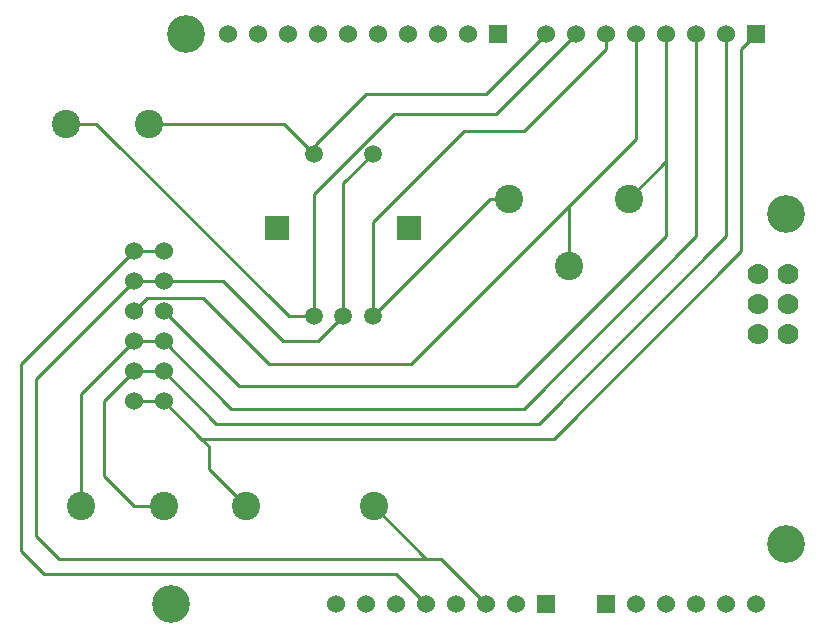
<source format=gtl>
G04*
G04 #@! TF.GenerationSoftware,Altium Limited,Altium Designer,22.5.1 (42)*
G04*
G04 Layer_Physical_Order=1*
G04 Layer_Color=255*
%FSLAX44Y44*%
%MOMM*%
G71*
G04*
G04 #@! TF.SameCoordinates,BAD225BF-FD7B-4A52-9E08-1AD1A92B9E85*
G04*
G04*
G04 #@! TF.FilePolarity,Positive*
G04*
G01*
G75*
%ADD13C,0.2540*%
%ADD15R,2.0066X2.1082*%
%ADD18C,1.5240*%
%ADD19C,1.4986*%
%ADD24C,2.4000*%
%ADD25C,1.7780*%
%ADD26R,1.5240X1.5240*%
%ADD27C,3.2000*%
D13*
X409640Y368190D02*
X425340D01*
X425450Y368300D01*
X310350Y268900D02*
X409640Y368190D01*
X310350Y268900D02*
Y348450D01*
X342900Y228600D02*
X476250Y361950D01*
X476250Y311150D02*
Y361950D01*
X476250Y361950D02*
X476250Y361950D01*
X76200Y431800D02*
X239100Y268900D01*
X50800Y431800D02*
X76200D01*
X239100Y268900D02*
X260350D01*
X120650Y431800D02*
X234950D01*
X260350Y406400D01*
X25400Y82550D02*
X44450Y63500D01*
X12700Y69850D02*
Y228600D01*
X25400Y82550D02*
Y215900D01*
X12700Y69850D02*
X31750Y50800D01*
X82550Y133350D02*
Y196850D01*
X63500Y107950D02*
Y203200D01*
X310350Y348450D02*
X387350Y425450D01*
X328133Y440168D02*
X414768D01*
X387350Y425450D02*
X438150D01*
X304776Y457176D02*
X406376D01*
X31750Y50800D02*
X330200D01*
X311150Y107950D02*
X355600Y63500D01*
X107950Y107950D02*
X133350D01*
X44450Y63500D02*
X355600D01*
X368300D01*
X107950Y222250D02*
X133350D01*
X107950Y247650D02*
X133350D01*
X63500Y203200D02*
X107950Y247650D01*
X262627Y408677D02*
Y415027D01*
X260350Y406400D02*
X262627Y408677D01*
X285350Y268900D02*
Y381400D01*
X310350Y406400D01*
X262627Y415027D02*
X304776Y457176D01*
X260350Y268900D02*
Y372385D01*
X119380Y284480D02*
X166370D01*
X133350Y273050D02*
X196850Y209550D01*
X171450Y139700D02*
Y158750D01*
X165100Y165100D02*
X171450Y158750D01*
X133350Y196850D02*
X165100Y165100D01*
X133350Y222250D02*
X177800Y177800D01*
X133350Y298450D02*
X183306D01*
X190500Y190500D02*
X438150D01*
X171450Y139700D02*
X203200Y107950D01*
X196850Y209550D02*
X431800D01*
X177800Y177800D02*
X450850D01*
X165100Y165100D02*
X463550D01*
X431800Y209550D02*
X558800Y336550D01*
Y400050D01*
X450850Y177800D02*
X609600Y336550D01*
X438150Y190500D02*
X584200Y336550D01*
X476250Y361950D02*
X533400Y419100D01*
X463550Y165100D02*
X622300Y323850D01*
X527050Y368300D02*
X558800Y400050D01*
X438150Y425450D02*
X508000Y495300D01*
X622300Y323850D02*
Y495300D01*
X222250Y228600D02*
X342900D01*
X166370Y284480D02*
X222250Y228600D01*
X234106Y247650D02*
X264100D01*
X285350Y268900D01*
X183306Y298450D02*
X234106Y247650D01*
X260350Y372385D02*
X328133Y440168D01*
X107950Y323850D02*
X133350D01*
X12700Y228600D02*
X107950Y323850D01*
Y273050D02*
X119380Y284480D01*
X107950Y298450D02*
X133350D01*
X25400Y215900D02*
X107950Y298450D01*
Y196850D02*
X133350D01*
X82550D02*
X107950Y222250D01*
X82550Y133350D02*
X107950Y107950D01*
X133350Y247650D02*
X190500Y190500D01*
X508000Y495300D02*
Y508000D01*
X533400Y419100D02*
Y508000D01*
X558800Y400050D02*
Y508000D01*
X414768Y440168D02*
X482600Y508000D01*
X622300Y495300D02*
X635000Y508000D01*
X609600Y336550D02*
Y508000D01*
X584200Y336550D02*
Y508000D01*
X406376Y457176D02*
X457200Y508000D01*
X330200Y50800D02*
X355600Y25400D01*
X368300Y63500D02*
X406400Y25400D01*
D15*
X229343Y343830D02*
D03*
X341357D02*
D03*
D18*
X107950Y323850D02*
D03*
Y298450D02*
D03*
Y273050D02*
D03*
Y247650D02*
D03*
Y222250D02*
D03*
Y196850D02*
D03*
X133350Y323850D02*
D03*
Y298450D02*
D03*
Y273050D02*
D03*
Y247650D02*
D03*
Y222250D02*
D03*
Y196850D02*
D03*
X381000Y25400D02*
D03*
X355600D02*
D03*
X330200D02*
D03*
X304800D02*
D03*
X279400D02*
D03*
X431800D02*
D03*
X406400D02*
D03*
X558800Y508000D02*
D03*
X533400D02*
D03*
X508000D02*
D03*
X482600D02*
D03*
X457200D02*
D03*
X609600D02*
D03*
X584200D02*
D03*
X391160D02*
D03*
X365760D02*
D03*
X340360D02*
D03*
X314960D02*
D03*
X289560D02*
D03*
X264160D02*
D03*
X238760D02*
D03*
X213360D02*
D03*
X187960D02*
D03*
X533400Y25400D02*
D03*
X558800D02*
D03*
X584200D02*
D03*
X609600D02*
D03*
X635000D02*
D03*
D19*
X260350Y406400D02*
D03*
X310350D02*
D03*
X260350Y268900D02*
D03*
X285350D02*
D03*
X310350D02*
D03*
D24*
X120650Y431800D02*
D03*
X425450Y368300D02*
D03*
X50800Y431800D02*
D03*
X311150Y107950D02*
D03*
X476250Y311150D02*
D03*
X527050Y368300D02*
D03*
X63500Y107950D02*
D03*
X203200D02*
D03*
X133350D02*
D03*
D25*
X636400Y304300D02*
D03*
X661800D02*
D03*
X636400Y278900D02*
D03*
X661800D02*
D03*
X636400Y253500D02*
D03*
X661800D02*
D03*
D26*
X457200Y25400D02*
D03*
X635000Y508000D02*
D03*
X416560D02*
D03*
X508000Y25400D02*
D03*
D27*
X660400Y76200D02*
D03*
Y355600D02*
D03*
X152400Y508000D02*
D03*
X139700Y25400D02*
D03*
M02*

</source>
